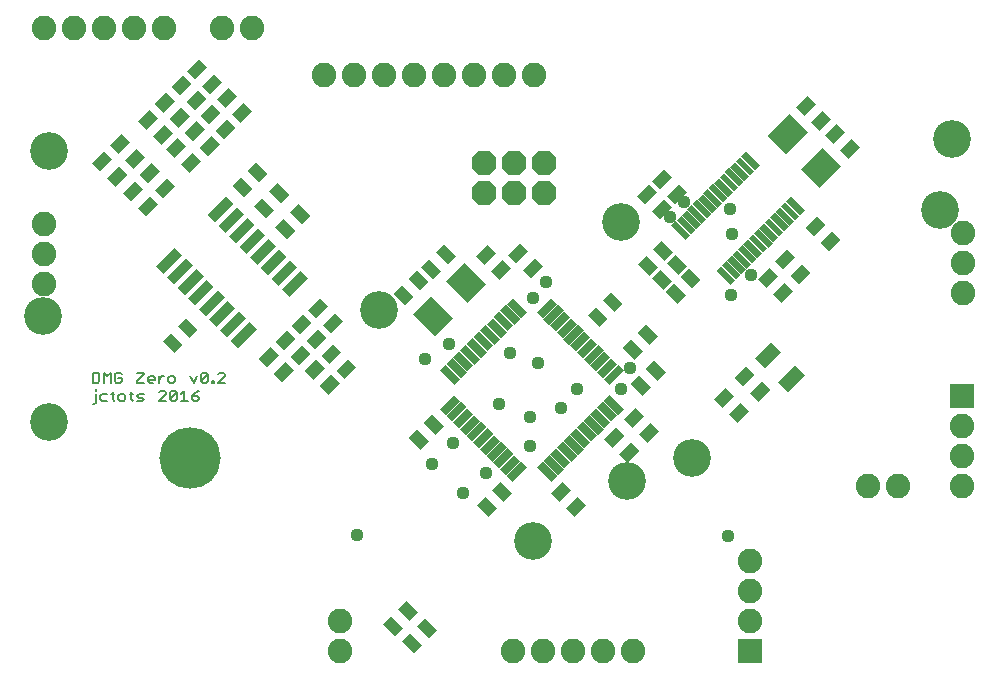
<source format=gts>
G75*
%MOIN*%
%OFA0B0*%
%FSLAX25Y25*%
%IPPOS*%
%LPD*%
%AMOC8*
5,1,8,0,0,1.08239X$1,22.5*
%
%ADD10C,0.12611*%
%ADD11C,0.20485*%
%ADD12C,0.00600*%
%ADD13R,0.03950X0.05524*%
%ADD14R,0.06706X0.02769*%
%ADD15R,0.02769X0.06706*%
%ADD16R,0.02178X0.06706*%
%ADD17R,0.08674X0.10249*%
%ADD18C,0.08200*%
%ADD19R,0.03400X0.08800*%
%ADD20R,0.08200X0.08200*%
%ADD21OC8,0.08200*%
%ADD22R,0.04737X0.07887*%
%ADD23C,0.04369*%
D10*
X0044091Y0127043D03*
X0042123Y0162476D03*
X0044091Y0217594D03*
X0154327Y0164445D03*
X0235036Y0193972D03*
X0258658Y0115232D03*
X0237005Y0107358D03*
X0205509Y0087673D03*
X0341335Y0197909D03*
X0345272Y0221531D03*
D11*
X0091335Y0115232D03*
D12*
X0090516Y0134196D02*
X0088248Y0134196D01*
X0089382Y0134196D02*
X0089382Y0137598D01*
X0088248Y0136464D01*
X0086833Y0137031D02*
X0084565Y0134763D01*
X0085132Y0134196D01*
X0086266Y0134196D01*
X0086833Y0134763D01*
X0086833Y0137031D01*
X0086266Y0137598D01*
X0085132Y0137598D01*
X0084565Y0137031D01*
X0084565Y0134763D01*
X0083150Y0134196D02*
X0080881Y0134196D01*
X0083150Y0136464D01*
X0083150Y0137031D01*
X0082583Y0137598D01*
X0081449Y0137598D01*
X0080881Y0137031D01*
X0080881Y0140196D02*
X0080881Y0142464D01*
X0080881Y0141330D02*
X0082016Y0142464D01*
X0082583Y0142464D01*
X0083951Y0141897D02*
X0083951Y0140763D01*
X0084518Y0140196D01*
X0085652Y0140196D01*
X0086219Y0140763D01*
X0086219Y0141897D01*
X0085652Y0142464D01*
X0084518Y0142464D01*
X0083951Y0141897D01*
X0079467Y0141897D02*
X0079467Y0141330D01*
X0077198Y0141330D01*
X0077198Y0140763D02*
X0077198Y0141897D01*
X0077765Y0142464D01*
X0078900Y0142464D01*
X0079467Y0141897D01*
X0078900Y0140196D02*
X0077765Y0140196D01*
X0077198Y0140763D01*
X0075784Y0140196D02*
X0073515Y0140196D01*
X0073515Y0140763D01*
X0075784Y0143031D01*
X0075784Y0143598D01*
X0073515Y0143598D01*
X0068417Y0143031D02*
X0067850Y0143598D01*
X0066716Y0143598D01*
X0066149Y0143031D01*
X0066149Y0140763D01*
X0066716Y0140196D01*
X0067850Y0140196D01*
X0068417Y0140763D01*
X0068417Y0141897D01*
X0067283Y0141897D01*
X0064734Y0143598D02*
X0064734Y0140196D01*
X0062466Y0140196D02*
X0062466Y0143598D01*
X0063600Y0142464D01*
X0064734Y0143598D01*
X0061051Y0143031D02*
X0061051Y0140763D01*
X0060484Y0140196D01*
X0058783Y0140196D01*
X0058783Y0143598D01*
X0060484Y0143598D01*
X0061051Y0143031D01*
X0059917Y0138166D02*
X0059917Y0137598D01*
X0059917Y0136464D02*
X0059917Y0133628D01*
X0059350Y0133061D01*
X0058783Y0133061D01*
X0061238Y0134763D02*
X0061238Y0135897D01*
X0061805Y0136464D01*
X0063507Y0136464D01*
X0064921Y0136464D02*
X0066055Y0136464D01*
X0065488Y0137031D02*
X0065488Y0134763D01*
X0066055Y0134196D01*
X0067377Y0134763D02*
X0067944Y0134196D01*
X0069078Y0134196D01*
X0069645Y0134763D01*
X0069645Y0135897D01*
X0069078Y0136464D01*
X0067944Y0136464D01*
X0067377Y0135897D01*
X0067377Y0134763D01*
X0063507Y0134196D02*
X0061805Y0134196D01*
X0061238Y0134763D01*
X0071060Y0136464D02*
X0072194Y0136464D01*
X0071627Y0137031D02*
X0071627Y0134763D01*
X0072194Y0134196D01*
X0073515Y0134196D02*
X0075217Y0134196D01*
X0075784Y0134763D01*
X0075217Y0135330D01*
X0074082Y0135330D01*
X0073515Y0135897D01*
X0074082Y0136464D01*
X0075784Y0136464D01*
X0091931Y0135897D02*
X0091931Y0134763D01*
X0092498Y0134196D01*
X0093632Y0134196D01*
X0094199Y0134763D01*
X0094199Y0135330D01*
X0093632Y0135897D01*
X0091931Y0135897D01*
X0093065Y0137031D01*
X0094199Y0137598D01*
X0095567Y0140196D02*
X0095000Y0140763D01*
X0097269Y0143031D01*
X0097269Y0140763D01*
X0096702Y0140196D01*
X0095567Y0140196D01*
X0095000Y0140763D02*
X0095000Y0143031D01*
X0095567Y0143598D01*
X0096702Y0143598D01*
X0097269Y0143031D01*
X0098683Y0140763D02*
X0099250Y0140763D01*
X0099250Y0140196D01*
X0098683Y0140196D01*
X0098683Y0140763D01*
X0100525Y0140196D02*
X0102793Y0142464D01*
X0102793Y0143031D01*
X0102226Y0143598D01*
X0101092Y0143598D01*
X0100525Y0143031D01*
X0100525Y0140196D02*
X0102793Y0140196D01*
X0093586Y0142464D02*
X0092451Y0140196D01*
X0091317Y0142464D01*
D13*
G36*
X0082114Y0154057D02*
X0084907Y0156850D01*
X0088812Y0152945D01*
X0086019Y0150152D01*
X0082114Y0154057D01*
G37*
G36*
X0087125Y0159068D02*
X0089918Y0161861D01*
X0093823Y0157956D01*
X0091030Y0155163D01*
X0087125Y0159068D01*
G37*
G36*
X0116879Y0145492D02*
X0114086Y0148285D01*
X0117991Y0152190D01*
X0120784Y0149397D01*
X0116879Y0145492D01*
G37*
G36*
X0121890Y0140481D02*
X0119097Y0143274D01*
X0123002Y0147179D01*
X0125795Y0144386D01*
X0121890Y0140481D01*
G37*
G36*
X0132256Y0141349D02*
X0129463Y0144142D01*
X0133368Y0148047D01*
X0136161Y0145254D01*
X0132256Y0141349D01*
G37*
G36*
X0137267Y0136338D02*
X0134474Y0139131D01*
X0138379Y0143036D01*
X0141172Y0140243D01*
X0137267Y0136338D01*
G37*
G36*
X0142754Y0141524D02*
X0139961Y0144317D01*
X0143866Y0148222D01*
X0146659Y0145429D01*
X0142754Y0141524D01*
G37*
G36*
X0137743Y0146535D02*
X0134950Y0149328D01*
X0138855Y0153233D01*
X0141648Y0150440D01*
X0137743Y0146535D01*
G37*
G36*
X0132898Y0151367D02*
X0130105Y0154160D01*
X0134010Y0158065D01*
X0136803Y0155272D01*
X0132898Y0151367D01*
G37*
G36*
X0127518Y0146075D02*
X0124725Y0148868D01*
X0128630Y0152773D01*
X0131423Y0149980D01*
X0127518Y0146075D01*
G37*
G36*
X0122507Y0151086D02*
X0119714Y0153879D01*
X0123619Y0157784D01*
X0126412Y0154991D01*
X0122507Y0151086D01*
G37*
G36*
X0127887Y0156378D02*
X0125094Y0159171D01*
X0128999Y0163076D01*
X0131792Y0160283D01*
X0127887Y0156378D01*
G37*
G36*
X0133280Y0161738D02*
X0130487Y0164531D01*
X0134392Y0168436D01*
X0137185Y0165643D01*
X0133280Y0161738D01*
G37*
G36*
X0138291Y0156727D02*
X0135498Y0159520D01*
X0139403Y0163425D01*
X0142196Y0160632D01*
X0138291Y0156727D01*
G37*
G36*
X0165730Y0168817D02*
X0162937Y0166024D01*
X0159032Y0169929D01*
X0161825Y0172722D01*
X0165730Y0168817D01*
G37*
G36*
X0170741Y0173828D02*
X0167948Y0171035D01*
X0164043Y0174940D01*
X0166836Y0177733D01*
X0170741Y0173828D01*
G37*
G36*
X0168158Y0178755D02*
X0170951Y0181548D01*
X0174856Y0177643D01*
X0172063Y0174850D01*
X0168158Y0178755D01*
G37*
G36*
X0173169Y0183766D02*
X0175962Y0186559D01*
X0179867Y0182654D01*
X0177074Y0179861D01*
X0173169Y0183766D01*
G37*
G36*
X0190488Y0186284D02*
X0193281Y0183491D01*
X0189376Y0179586D01*
X0186583Y0182379D01*
X0190488Y0186284D01*
G37*
G36*
X0195499Y0181273D02*
X0198292Y0178480D01*
X0194387Y0174575D01*
X0191594Y0177368D01*
X0195499Y0181273D01*
G37*
G36*
X0199967Y0180097D02*
X0197174Y0182890D01*
X0201079Y0186795D01*
X0203872Y0184002D01*
X0199967Y0180097D01*
G37*
G36*
X0204978Y0175086D02*
X0202185Y0177879D01*
X0206090Y0181784D01*
X0208883Y0178991D01*
X0204978Y0175086D01*
G37*
G36*
X0230486Y0161580D02*
X0227693Y0158787D01*
X0223788Y0162692D01*
X0226581Y0165485D01*
X0230486Y0161580D01*
G37*
G36*
X0235497Y0166591D02*
X0232704Y0163798D01*
X0228799Y0167703D01*
X0231592Y0170496D01*
X0235497Y0166591D01*
G37*
G36*
X0245080Y0175165D02*
X0247873Y0177958D01*
X0251778Y0174053D01*
X0248985Y0171260D01*
X0245080Y0175165D01*
G37*
G36*
X0247122Y0178706D02*
X0244329Y0175913D01*
X0240424Y0179818D01*
X0243217Y0182611D01*
X0247122Y0178706D01*
G37*
G36*
X0250091Y0180176D02*
X0252884Y0182969D01*
X0256789Y0179064D01*
X0253996Y0176271D01*
X0250091Y0180176D01*
G37*
G36*
X0252133Y0183717D02*
X0249340Y0180924D01*
X0245435Y0184829D01*
X0248228Y0187622D01*
X0252133Y0183717D01*
G37*
G36*
X0254760Y0175601D02*
X0257553Y0178394D01*
X0261458Y0174489D01*
X0258665Y0171696D01*
X0254760Y0175601D01*
G37*
G36*
X0249749Y0170590D02*
X0252542Y0173383D01*
X0256447Y0169478D01*
X0253654Y0166685D01*
X0249749Y0170590D01*
G37*
G36*
X0247190Y0155804D02*
X0244397Y0153011D01*
X0240492Y0156916D01*
X0243285Y0159709D01*
X0247190Y0155804D01*
G37*
G36*
X0242179Y0150793D02*
X0239386Y0148000D01*
X0235481Y0151905D01*
X0238274Y0154698D01*
X0242179Y0150793D01*
G37*
G36*
X0243130Y0144908D02*
X0245923Y0147701D01*
X0249828Y0143796D01*
X0247035Y0141003D01*
X0243130Y0144908D01*
G37*
G36*
X0238119Y0139897D02*
X0240912Y0142690D01*
X0244817Y0138785D01*
X0242024Y0135992D01*
X0238119Y0139897D01*
G37*
G36*
X0238549Y0125255D02*
X0235756Y0128048D01*
X0239661Y0131953D01*
X0242454Y0129160D01*
X0238549Y0125255D01*
G37*
G36*
X0243560Y0120244D02*
X0240767Y0123037D01*
X0244672Y0126942D01*
X0247465Y0124149D01*
X0243560Y0120244D01*
G37*
G36*
X0236986Y0113669D02*
X0234193Y0116462D01*
X0238098Y0120367D01*
X0240891Y0117574D01*
X0236986Y0113669D01*
G37*
G36*
X0231975Y0118680D02*
X0229182Y0121473D01*
X0233087Y0125378D01*
X0235880Y0122585D01*
X0231975Y0118680D01*
G37*
G36*
X0214337Y0100649D02*
X0211544Y0103442D01*
X0215449Y0107347D01*
X0218242Y0104554D01*
X0214337Y0100649D01*
G37*
G36*
X0219348Y0095638D02*
X0216555Y0098431D01*
X0220460Y0102336D01*
X0223253Y0099543D01*
X0219348Y0095638D01*
G37*
G36*
X0198646Y0103442D02*
X0195853Y0100649D01*
X0191948Y0104554D01*
X0194741Y0107347D01*
X0198646Y0103442D01*
G37*
G36*
X0193635Y0098431D02*
X0190842Y0095638D01*
X0186937Y0099543D01*
X0189730Y0102336D01*
X0193635Y0098431D01*
G37*
G36*
X0164182Y0121905D02*
X0166975Y0124698D01*
X0170880Y0120793D01*
X0168087Y0118000D01*
X0164182Y0121905D01*
G37*
G36*
X0169193Y0126916D02*
X0171986Y0129709D01*
X0175891Y0125804D01*
X0173098Y0123011D01*
X0169193Y0126916D01*
G37*
G36*
X0160569Y0064807D02*
X0163362Y0067600D01*
X0167267Y0063695D01*
X0164474Y0060902D01*
X0160569Y0064807D01*
G37*
G36*
X0155558Y0059796D02*
X0158351Y0062589D01*
X0162256Y0058684D01*
X0159463Y0055891D01*
X0155558Y0059796D01*
G37*
G36*
X0161883Y0053930D02*
X0164676Y0056723D01*
X0168581Y0052818D01*
X0165788Y0050025D01*
X0161883Y0053930D01*
G37*
G36*
X0166894Y0058941D02*
X0169687Y0061734D01*
X0173592Y0057829D01*
X0170799Y0055036D01*
X0166894Y0058941D01*
G37*
G36*
X0268533Y0131918D02*
X0265740Y0134711D01*
X0269645Y0138616D01*
X0272438Y0135823D01*
X0268533Y0131918D01*
G37*
G36*
X0273544Y0126907D02*
X0270751Y0129700D01*
X0274656Y0133605D01*
X0277449Y0130812D01*
X0273544Y0126907D01*
G37*
G36*
X0280619Y0134018D02*
X0277826Y0136811D01*
X0281731Y0140716D01*
X0284524Y0137923D01*
X0280619Y0134018D01*
G37*
G36*
X0275608Y0139029D02*
X0272815Y0141822D01*
X0276720Y0145727D01*
X0279513Y0142934D01*
X0275608Y0139029D01*
G37*
G36*
X0288262Y0166910D02*
X0285469Y0169703D01*
X0289374Y0173608D01*
X0292167Y0170815D01*
X0288262Y0166910D01*
G37*
G36*
X0283251Y0171921D02*
X0280458Y0174714D01*
X0284363Y0178619D01*
X0287156Y0175826D01*
X0283251Y0171921D01*
G37*
G36*
X0289049Y0178101D02*
X0286256Y0180894D01*
X0290161Y0184799D01*
X0292954Y0182006D01*
X0289049Y0178101D01*
G37*
G36*
X0294060Y0173090D02*
X0291267Y0175883D01*
X0295172Y0179788D01*
X0297965Y0176995D01*
X0294060Y0173090D01*
G37*
G36*
X0304145Y0184070D02*
X0301352Y0186863D01*
X0305257Y0190768D01*
X0308050Y0187975D01*
X0304145Y0184070D01*
G37*
G36*
X0299134Y0189081D02*
X0296341Y0191874D01*
X0300246Y0195779D01*
X0303039Y0192986D01*
X0299134Y0189081D01*
G37*
G36*
X0311838Y0221627D02*
X0314631Y0218834D01*
X0310726Y0214929D01*
X0307933Y0217722D01*
X0311838Y0221627D01*
G37*
G36*
X0306827Y0226638D02*
X0309620Y0223845D01*
X0305715Y0219940D01*
X0302922Y0222733D01*
X0306827Y0226638D01*
G37*
G36*
X0301119Y0224260D02*
X0298326Y0227053D01*
X0302231Y0230958D01*
X0305024Y0228165D01*
X0301119Y0224260D01*
G37*
G36*
X0296108Y0229271D02*
X0293315Y0232064D01*
X0297220Y0235969D01*
X0300013Y0233176D01*
X0296108Y0229271D01*
G37*
G36*
X0254136Y0206456D02*
X0256929Y0203663D01*
X0253024Y0199758D01*
X0250231Y0202551D01*
X0254136Y0206456D01*
G37*
G36*
X0249125Y0211467D02*
X0251918Y0208674D01*
X0248013Y0204769D01*
X0245220Y0207562D01*
X0249125Y0211467D01*
G37*
G36*
X0244146Y0206421D02*
X0246939Y0203628D01*
X0243034Y0199723D01*
X0240241Y0202516D01*
X0244146Y0206421D01*
G37*
G36*
X0249157Y0201410D02*
X0251950Y0198617D01*
X0248045Y0194712D01*
X0245252Y0197505D01*
X0249157Y0201410D01*
G37*
G36*
X0131373Y0195979D02*
X0128580Y0193186D01*
X0124675Y0197091D01*
X0127468Y0199884D01*
X0131373Y0195979D01*
G37*
G36*
X0126362Y0190968D02*
X0123569Y0188175D01*
X0119664Y0192080D01*
X0122457Y0194873D01*
X0126362Y0190968D01*
G37*
G36*
X0119289Y0197934D02*
X0116496Y0195141D01*
X0112591Y0199046D01*
X0115384Y0201839D01*
X0119289Y0197934D01*
G37*
G36*
X0124300Y0202945D02*
X0121507Y0200152D01*
X0117602Y0204057D01*
X0120395Y0206850D01*
X0124300Y0202945D01*
G37*
G36*
X0116993Y0209832D02*
X0114200Y0207039D01*
X0110295Y0210944D01*
X0113088Y0213737D01*
X0116993Y0209832D01*
G37*
G36*
X0111982Y0204821D02*
X0109189Y0202028D01*
X0105284Y0205933D01*
X0108077Y0208726D01*
X0111982Y0204821D01*
G37*
G36*
X0098279Y0222560D02*
X0101072Y0219767D01*
X0097167Y0215862D01*
X0094374Y0218655D01*
X0098279Y0222560D01*
G37*
G36*
X0102496Y0221382D02*
X0099703Y0224175D01*
X0103608Y0228080D01*
X0106401Y0225287D01*
X0102496Y0221382D01*
G37*
G36*
X0097485Y0226393D02*
X0094692Y0229186D01*
X0098597Y0233091D01*
X0101390Y0230298D01*
X0097485Y0226393D01*
G37*
G36*
X0093268Y0227571D02*
X0096061Y0224778D01*
X0092156Y0220873D01*
X0089363Y0223666D01*
X0093268Y0227571D01*
G37*
G36*
X0088332Y0232036D02*
X0091125Y0229243D01*
X0087220Y0225338D01*
X0084427Y0228131D01*
X0088332Y0232036D01*
G37*
G36*
X0083321Y0237047D02*
X0086114Y0234254D01*
X0082209Y0230349D01*
X0079416Y0233142D01*
X0083321Y0237047D01*
G37*
G36*
X0087834Y0236064D02*
X0085041Y0238857D01*
X0088946Y0242762D01*
X0091739Y0239969D01*
X0087834Y0236064D01*
G37*
G36*
X0092845Y0231053D02*
X0090052Y0233846D01*
X0093957Y0237751D01*
X0096750Y0234958D01*
X0092845Y0231053D01*
G37*
G36*
X0104060Y0238632D02*
X0106853Y0235839D01*
X0102948Y0231934D01*
X0100155Y0234727D01*
X0104060Y0238632D01*
G37*
G36*
X0097981Y0236534D02*
X0095188Y0239327D01*
X0099093Y0243232D01*
X0101886Y0240439D01*
X0097981Y0236534D01*
G37*
G36*
X0109071Y0233621D02*
X0111864Y0230828D01*
X0107959Y0226923D01*
X0105166Y0229716D01*
X0109071Y0233621D01*
G37*
G36*
X0092970Y0241545D02*
X0090177Y0244338D01*
X0094082Y0248243D01*
X0096875Y0245450D01*
X0092970Y0241545D01*
G37*
G36*
X0077709Y0231321D02*
X0080502Y0228528D01*
X0076597Y0224623D01*
X0073804Y0227416D01*
X0077709Y0231321D01*
G37*
G36*
X0082720Y0226310D02*
X0085513Y0223517D01*
X0081608Y0219612D01*
X0078815Y0222405D01*
X0082720Y0226310D01*
G37*
G36*
X0086105Y0215272D02*
X0083312Y0218065D01*
X0087217Y0221970D01*
X0090010Y0219177D01*
X0086105Y0215272D01*
G37*
G36*
X0091116Y0210261D02*
X0088323Y0213054D01*
X0092228Y0216959D01*
X0095021Y0214166D01*
X0091116Y0210261D01*
G37*
G36*
X0083395Y0208486D02*
X0086188Y0205693D01*
X0082283Y0201788D01*
X0079490Y0204581D01*
X0083395Y0208486D01*
G37*
G36*
X0078384Y0213497D02*
X0081177Y0210704D01*
X0077272Y0206799D01*
X0074479Y0209592D01*
X0078384Y0213497D01*
G37*
G36*
X0072314Y0211564D02*
X0069521Y0214357D01*
X0073426Y0218262D01*
X0076219Y0215469D01*
X0072314Y0211564D01*
G37*
G36*
X0066369Y0205679D02*
X0063576Y0208472D01*
X0067481Y0212377D01*
X0070274Y0209584D01*
X0066369Y0205679D01*
G37*
G36*
X0072776Y0207406D02*
X0075569Y0204613D01*
X0071664Y0200708D01*
X0068871Y0203501D01*
X0072776Y0207406D01*
G37*
G36*
X0077787Y0202395D02*
X0080580Y0199602D01*
X0076675Y0195697D01*
X0073882Y0198490D01*
X0077787Y0202395D01*
G37*
G36*
X0061358Y0210690D02*
X0058565Y0213483D01*
X0062470Y0217388D01*
X0065263Y0214595D01*
X0061358Y0210690D01*
G37*
G36*
X0067303Y0216575D02*
X0064510Y0219368D01*
X0068415Y0223273D01*
X0071208Y0220480D01*
X0067303Y0216575D01*
G37*
D14*
G36*
X0174515Y0131554D02*
X0179256Y0136295D01*
X0181213Y0134338D01*
X0176472Y0129597D01*
X0174515Y0131554D01*
G37*
G36*
X0176742Y0129326D02*
X0181483Y0134067D01*
X0183440Y0132110D01*
X0178699Y0127369D01*
X0176742Y0129326D01*
G37*
G36*
X0178970Y0127099D02*
X0183711Y0131840D01*
X0185668Y0129883D01*
X0180927Y0125142D01*
X0178970Y0127099D01*
G37*
G36*
X0181197Y0124872D02*
X0185938Y0129613D01*
X0187895Y0127656D01*
X0183154Y0122915D01*
X0181197Y0124872D01*
G37*
G36*
X0183424Y0122645D02*
X0188165Y0127386D01*
X0190122Y0125429D01*
X0185381Y0120688D01*
X0183424Y0122645D01*
G37*
G36*
X0185651Y0120418D02*
X0190392Y0125159D01*
X0192349Y0123202D01*
X0187608Y0118461D01*
X0185651Y0120418D01*
G37*
G36*
X0187878Y0118191D02*
X0192619Y0122932D01*
X0194576Y0120975D01*
X0189835Y0116234D01*
X0187878Y0118191D01*
G37*
G36*
X0190105Y0115964D02*
X0194846Y0120705D01*
X0196803Y0118748D01*
X0192062Y0114007D01*
X0190105Y0115964D01*
G37*
G36*
X0192332Y0113737D02*
X0197073Y0118478D01*
X0199030Y0116521D01*
X0194289Y0111780D01*
X0192332Y0113737D01*
G37*
G36*
X0194559Y0111510D02*
X0199300Y0116251D01*
X0201257Y0114294D01*
X0196516Y0109553D01*
X0194559Y0111510D01*
G37*
G36*
X0196786Y0109283D02*
X0201527Y0114024D01*
X0203484Y0112067D01*
X0198743Y0107326D01*
X0196786Y0109283D01*
G37*
G36*
X0229079Y0141576D02*
X0233820Y0146317D01*
X0235777Y0144360D01*
X0231036Y0139619D01*
X0229079Y0141576D01*
G37*
G36*
X0226852Y0143803D02*
X0231593Y0148544D01*
X0233550Y0146587D01*
X0228809Y0141846D01*
X0226852Y0143803D01*
G37*
G36*
X0224625Y0146030D02*
X0229366Y0150771D01*
X0231323Y0148814D01*
X0226582Y0144073D01*
X0224625Y0146030D01*
G37*
G36*
X0222398Y0148257D02*
X0227139Y0152998D01*
X0229096Y0151041D01*
X0224355Y0146300D01*
X0222398Y0148257D01*
G37*
G36*
X0220171Y0150484D02*
X0224912Y0155225D01*
X0226869Y0153268D01*
X0222128Y0148527D01*
X0220171Y0150484D01*
G37*
G36*
X0217944Y0152711D02*
X0222685Y0157452D01*
X0224642Y0155495D01*
X0219901Y0150754D01*
X0217944Y0152711D01*
G37*
G36*
X0215717Y0154938D02*
X0220458Y0159679D01*
X0222415Y0157722D01*
X0217674Y0152981D01*
X0215717Y0154938D01*
G37*
G36*
X0213490Y0157165D02*
X0218231Y0161906D01*
X0220188Y0159949D01*
X0215447Y0155208D01*
X0213490Y0157165D01*
G37*
G36*
X0211263Y0159392D02*
X0216004Y0164133D01*
X0217961Y0162176D01*
X0213220Y0157435D01*
X0211263Y0159392D01*
G37*
G36*
X0209036Y0161620D02*
X0213777Y0166361D01*
X0215734Y0164404D01*
X0210993Y0159663D01*
X0209036Y0161620D01*
G37*
G36*
X0206808Y0163847D02*
X0211549Y0168588D01*
X0213506Y0166631D01*
X0208765Y0161890D01*
X0206808Y0163847D01*
G37*
D15*
G36*
X0196786Y0166631D02*
X0198743Y0168588D01*
X0203484Y0163847D01*
X0201527Y0161890D01*
X0196786Y0166631D01*
G37*
G36*
X0194559Y0164404D02*
X0196516Y0166361D01*
X0201257Y0161620D01*
X0199300Y0159663D01*
X0194559Y0164404D01*
G37*
G36*
X0192332Y0162176D02*
X0194289Y0164133D01*
X0199030Y0159392D01*
X0197073Y0157435D01*
X0192332Y0162176D01*
G37*
G36*
X0190105Y0159949D02*
X0192062Y0161906D01*
X0196803Y0157165D01*
X0194846Y0155208D01*
X0190105Y0159949D01*
G37*
G36*
X0187878Y0157722D02*
X0189835Y0159679D01*
X0194576Y0154938D01*
X0192619Y0152981D01*
X0187878Y0157722D01*
G37*
G36*
X0185651Y0155495D02*
X0187608Y0157452D01*
X0192349Y0152711D01*
X0190392Y0150754D01*
X0185651Y0155495D01*
G37*
G36*
X0183424Y0153268D02*
X0185381Y0155225D01*
X0190122Y0150484D01*
X0188165Y0148527D01*
X0183424Y0153268D01*
G37*
G36*
X0181197Y0151041D02*
X0183154Y0152998D01*
X0187895Y0148257D01*
X0185938Y0146300D01*
X0181197Y0151041D01*
G37*
G36*
X0178970Y0148814D02*
X0180927Y0150771D01*
X0185668Y0146030D01*
X0183711Y0144073D01*
X0178970Y0148814D01*
G37*
G36*
X0176742Y0146587D02*
X0178699Y0148544D01*
X0183440Y0143803D01*
X0181483Y0141846D01*
X0176742Y0146587D01*
G37*
G36*
X0174515Y0144360D02*
X0176472Y0146317D01*
X0181213Y0141576D01*
X0179256Y0139619D01*
X0174515Y0144360D01*
G37*
G36*
X0209036Y0114294D02*
X0210993Y0116251D01*
X0215734Y0111510D01*
X0213777Y0109553D01*
X0209036Y0114294D01*
G37*
G36*
X0206808Y0112067D02*
X0208765Y0114024D01*
X0213506Y0109283D01*
X0211549Y0107326D01*
X0206808Y0112067D01*
G37*
G36*
X0211263Y0116521D02*
X0213220Y0118478D01*
X0217961Y0113737D01*
X0216004Y0111780D01*
X0211263Y0116521D01*
G37*
G36*
X0213490Y0118748D02*
X0215447Y0120705D01*
X0220188Y0115964D01*
X0218231Y0114007D01*
X0213490Y0118748D01*
G37*
G36*
X0215717Y0120975D02*
X0217674Y0122932D01*
X0222415Y0118191D01*
X0220458Y0116234D01*
X0215717Y0120975D01*
G37*
G36*
X0217944Y0123202D02*
X0219901Y0125159D01*
X0224642Y0120418D01*
X0222685Y0118461D01*
X0217944Y0123202D01*
G37*
G36*
X0220171Y0125429D02*
X0222128Y0127386D01*
X0226869Y0122645D01*
X0224912Y0120688D01*
X0220171Y0125429D01*
G37*
G36*
X0222398Y0127656D02*
X0224355Y0129613D01*
X0229096Y0124872D01*
X0227139Y0122915D01*
X0222398Y0127656D01*
G37*
G36*
X0224625Y0129883D02*
X0226582Y0131840D01*
X0231323Y0127099D01*
X0229366Y0125142D01*
X0224625Y0129883D01*
G37*
G36*
X0226852Y0132110D02*
X0228809Y0134067D01*
X0233550Y0129326D01*
X0231593Y0127369D01*
X0226852Y0132110D01*
G37*
G36*
X0229079Y0134338D02*
X0231036Y0136295D01*
X0235777Y0131554D01*
X0233820Y0129597D01*
X0229079Y0134338D01*
G37*
D16*
G36*
X0266721Y0177664D02*
X0268261Y0179204D01*
X0273001Y0174464D01*
X0271461Y0172924D01*
X0266721Y0177664D01*
G37*
G36*
X0268503Y0179446D02*
X0270043Y0180986D01*
X0274783Y0176246D01*
X0273243Y0174706D01*
X0268503Y0179446D01*
G37*
G36*
X0270285Y0181227D02*
X0271825Y0182767D01*
X0276565Y0178027D01*
X0275025Y0176487D01*
X0270285Y0181227D01*
G37*
G36*
X0272067Y0183009D02*
X0273607Y0184549D01*
X0278347Y0179809D01*
X0276807Y0178269D01*
X0272067Y0183009D01*
G37*
G36*
X0273848Y0184791D02*
X0275388Y0186331D01*
X0280128Y0181591D01*
X0278588Y0180051D01*
X0273848Y0184791D01*
G37*
G36*
X0275630Y0186572D02*
X0277170Y0188112D01*
X0281910Y0183372D01*
X0280370Y0181832D01*
X0275630Y0186572D01*
G37*
G36*
X0277412Y0188354D02*
X0278952Y0189894D01*
X0283692Y0185154D01*
X0282152Y0183614D01*
X0277412Y0188354D01*
G37*
G36*
X0279138Y0190080D02*
X0280678Y0191620D01*
X0285418Y0186880D01*
X0283878Y0185340D01*
X0279138Y0190080D01*
G37*
G36*
X0280975Y0191917D02*
X0282515Y0193457D01*
X0287255Y0188717D01*
X0285715Y0187177D01*
X0280975Y0191917D01*
G37*
G36*
X0282757Y0193699D02*
X0284297Y0195239D01*
X0289037Y0190499D01*
X0287497Y0188959D01*
X0282757Y0193699D01*
G37*
G36*
X0284538Y0195481D02*
X0286078Y0197021D01*
X0290818Y0192281D01*
X0289278Y0190741D01*
X0284538Y0195481D01*
G37*
G36*
X0286320Y0197262D02*
X0287860Y0198802D01*
X0292600Y0194062D01*
X0291060Y0192522D01*
X0286320Y0197262D01*
G37*
G36*
X0288102Y0199044D02*
X0289642Y0200584D01*
X0294382Y0195844D01*
X0292842Y0194304D01*
X0288102Y0199044D01*
G37*
G36*
X0289883Y0200826D02*
X0291423Y0202366D01*
X0296163Y0197626D01*
X0294623Y0196086D01*
X0289883Y0200826D01*
G37*
G36*
X0273069Y0214077D02*
X0274609Y0215617D01*
X0279349Y0210877D01*
X0277809Y0209337D01*
X0273069Y0214077D01*
G37*
G36*
X0271287Y0212295D02*
X0272827Y0213835D01*
X0277567Y0209095D01*
X0276027Y0207555D01*
X0271287Y0212295D01*
G37*
G36*
X0269505Y0210514D02*
X0271045Y0212054D01*
X0275785Y0207314D01*
X0274245Y0205774D01*
X0269505Y0210514D01*
G37*
G36*
X0267724Y0208732D02*
X0269264Y0210272D01*
X0274004Y0205532D01*
X0272464Y0203992D01*
X0267724Y0208732D01*
G37*
G36*
X0265942Y0206950D02*
X0267482Y0208490D01*
X0272222Y0203750D01*
X0270682Y0202210D01*
X0265942Y0206950D01*
G37*
G36*
X0264160Y0205169D02*
X0265700Y0206709D01*
X0270440Y0201969D01*
X0268900Y0200429D01*
X0264160Y0205169D01*
G37*
G36*
X0262379Y0203387D02*
X0263919Y0204927D01*
X0268659Y0200187D01*
X0267119Y0198647D01*
X0262379Y0203387D01*
G37*
G36*
X0260597Y0201605D02*
X0262137Y0203145D01*
X0266877Y0198405D01*
X0265337Y0196865D01*
X0260597Y0201605D01*
G37*
G36*
X0258815Y0199824D02*
X0260355Y0201364D01*
X0265095Y0196624D01*
X0263555Y0195084D01*
X0258815Y0199824D01*
G37*
G36*
X0257034Y0198042D02*
X0258574Y0199582D01*
X0263314Y0194842D01*
X0261774Y0193302D01*
X0257034Y0198042D01*
G37*
G36*
X0255252Y0196260D02*
X0256792Y0197800D01*
X0261532Y0193060D01*
X0259992Y0191520D01*
X0255252Y0196260D01*
G37*
G36*
X0253470Y0194479D02*
X0255010Y0196019D01*
X0259750Y0191279D01*
X0258210Y0189739D01*
X0253470Y0194479D01*
G37*
G36*
X0251689Y0192697D02*
X0253229Y0194237D01*
X0257969Y0189497D01*
X0256429Y0187957D01*
X0251689Y0192697D01*
G37*
G36*
X0274850Y0215859D02*
X0276390Y0217399D01*
X0281130Y0212659D01*
X0279590Y0211119D01*
X0274850Y0215859D01*
G37*
D17*
G36*
X0290938Y0229820D02*
X0297071Y0223687D01*
X0289826Y0216442D01*
X0283693Y0222575D01*
X0290938Y0229820D01*
G37*
G36*
X0300961Y0205306D02*
X0294828Y0211439D01*
X0302073Y0218684D01*
X0308206Y0212551D01*
X0300961Y0205306D01*
G37*
G36*
X0190002Y0173071D02*
X0183869Y0166938D01*
X0176624Y0174183D01*
X0182757Y0180316D01*
X0190002Y0173071D01*
G37*
G36*
X0165488Y0163047D02*
X0171621Y0169180D01*
X0178866Y0161935D01*
X0172733Y0155802D01*
X0165488Y0163047D01*
G37*
D18*
X0141144Y0050865D03*
X0141144Y0060865D03*
X0198760Y0050689D03*
X0208760Y0050689D03*
X0218760Y0050689D03*
X0228760Y0050689D03*
X0238760Y0050689D03*
X0277988Y0060705D03*
X0277988Y0070705D03*
X0277988Y0080705D03*
X0317177Y0105853D03*
X0327177Y0105853D03*
X0348559Y0105975D03*
X0348559Y0115975D03*
X0348559Y0125975D03*
X0348747Y0170278D03*
X0348747Y0180278D03*
X0348747Y0190278D03*
X0205927Y0242802D03*
X0195927Y0242802D03*
X0185927Y0242802D03*
X0175927Y0242802D03*
X0165927Y0242802D03*
X0155927Y0242802D03*
X0145927Y0242802D03*
X0135927Y0242802D03*
X0111904Y0258495D03*
X0101904Y0258495D03*
X0082604Y0258447D03*
X0072604Y0258447D03*
X0062604Y0258447D03*
X0052604Y0258447D03*
X0042604Y0258447D03*
X0042584Y0193258D03*
X0042584Y0183258D03*
X0042584Y0173258D03*
D19*
G36*
X0086256Y0185278D02*
X0088660Y0182874D01*
X0082438Y0176652D01*
X0080034Y0179056D01*
X0086256Y0185278D01*
G37*
G36*
X0089792Y0181742D02*
X0092196Y0179338D01*
X0085974Y0173116D01*
X0083570Y0175520D01*
X0089792Y0181742D01*
G37*
G36*
X0093327Y0178207D02*
X0095731Y0175803D01*
X0089509Y0169581D01*
X0087105Y0171985D01*
X0093327Y0178207D01*
G37*
G36*
X0096863Y0174671D02*
X0099267Y0172267D01*
X0093045Y0166045D01*
X0090641Y0168449D01*
X0096863Y0174671D01*
G37*
G36*
X0100398Y0171136D02*
X0102802Y0168732D01*
X0096580Y0162510D01*
X0094176Y0164914D01*
X0100398Y0171136D01*
G37*
G36*
X0103934Y0167600D02*
X0106338Y0165196D01*
X0100116Y0158974D01*
X0097712Y0161378D01*
X0103934Y0167600D01*
G37*
G36*
X0107470Y0164065D02*
X0109874Y0161661D01*
X0103652Y0155439D01*
X0101248Y0157843D01*
X0107470Y0164065D01*
G37*
G36*
X0111005Y0160529D02*
X0113409Y0158125D01*
X0107187Y0151903D01*
X0104783Y0154307D01*
X0111005Y0160529D01*
G37*
G36*
X0128117Y0177641D02*
X0130521Y0175237D01*
X0124299Y0169015D01*
X0121895Y0171419D01*
X0128117Y0177641D01*
G37*
G36*
X0124581Y0181177D02*
X0126985Y0178773D01*
X0120763Y0172551D01*
X0118359Y0174955D01*
X0124581Y0181177D01*
G37*
G36*
X0121046Y0184712D02*
X0123450Y0182308D01*
X0117228Y0176086D01*
X0114824Y0178490D01*
X0121046Y0184712D01*
G37*
G36*
X0117510Y0188248D02*
X0119914Y0185844D01*
X0113692Y0179622D01*
X0111288Y0182026D01*
X0117510Y0188248D01*
G37*
G36*
X0113975Y0191783D02*
X0116379Y0189379D01*
X0110157Y0183157D01*
X0107753Y0185561D01*
X0113975Y0191783D01*
G37*
G36*
X0110439Y0195319D02*
X0112843Y0192915D01*
X0106621Y0186693D01*
X0104217Y0189097D01*
X0110439Y0195319D01*
G37*
G36*
X0106904Y0198854D02*
X0109308Y0196450D01*
X0103086Y0190228D01*
X0100682Y0192632D01*
X0106904Y0198854D01*
G37*
G36*
X0103368Y0202390D02*
X0105772Y0199986D01*
X0099550Y0193764D01*
X0097146Y0196168D01*
X0103368Y0202390D01*
G37*
D20*
X0277988Y0050705D03*
X0348559Y0135975D03*
D21*
X0209317Y0203577D03*
X0199317Y0203577D03*
X0199317Y0213577D03*
X0209317Y0213577D03*
X0189317Y0213577D03*
X0189317Y0203577D03*
D22*
G36*
X0282774Y0145046D02*
X0279425Y0148395D01*
X0285000Y0153970D01*
X0288349Y0150621D01*
X0282774Y0145046D01*
G37*
G36*
X0290569Y0137251D02*
X0287220Y0140600D01*
X0292795Y0146175D01*
X0296144Y0142826D01*
X0290569Y0137251D01*
G37*
D23*
X0271650Y0169563D03*
X0278343Y0176256D03*
X0271847Y0189839D03*
X0271257Y0198303D03*
X0255902Y0200665D03*
X0251178Y0195547D03*
X0209839Y0173894D03*
X0205509Y0168382D03*
X0198028Y0150272D03*
X0207325Y0146763D03*
X0220075Y0138067D03*
X0214957Y0131768D03*
X0204721Y0129012D03*
X0194091Y0133343D03*
X0204721Y0119169D03*
X0189760Y0110114D03*
X0182280Y0103421D03*
X0172044Y0113264D03*
X0178755Y0120350D03*
X0169682Y0148303D03*
X0177556Y0153028D03*
X0235036Y0138067D03*
X0237792Y0145154D03*
X0270469Y0089248D03*
X0146811Y0089576D03*
M02*

</source>
